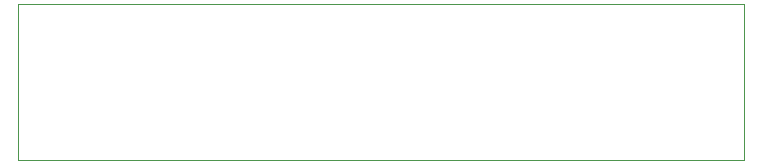
<source format=gbr>
G04 #@! TF.GenerationSoftware,KiCad,Pcbnew,5.1.5-52549c5~86~ubuntu18.04.1*
G04 #@! TF.CreationDate,2020-08-06T00:47:32-05:00*
G04 #@! TF.ProjectId,RAK_LORA_ADAPTABLE_NODE_BREAKOUT_2AA,52414b5f-4c4f-4524-915f-414441505441,rev?*
G04 #@! TF.SameCoordinates,Original*
G04 #@! TF.FileFunction,Profile,NP*
%FSLAX46Y46*%
G04 Gerber Fmt 4.6, Leading zero omitted, Abs format (unit mm)*
G04 Created by KiCad (PCBNEW 5.1.5-52549c5~86~ubuntu18.04.1) date 2020-08-06 00:47:32*
%MOMM*%
%LPD*%
G04 APERTURE LIST*
%ADD10C,0.050000*%
G04 APERTURE END LIST*
D10*
X100000000Y-100000000D02*
X100000000Y-113160000D01*
X161420000Y-100000000D02*
X161420000Y-113160000D01*
X100000000Y-113160000D02*
X161420000Y-113160000D01*
X100000000Y-100000000D02*
X161420000Y-100000000D01*
M02*

</source>
